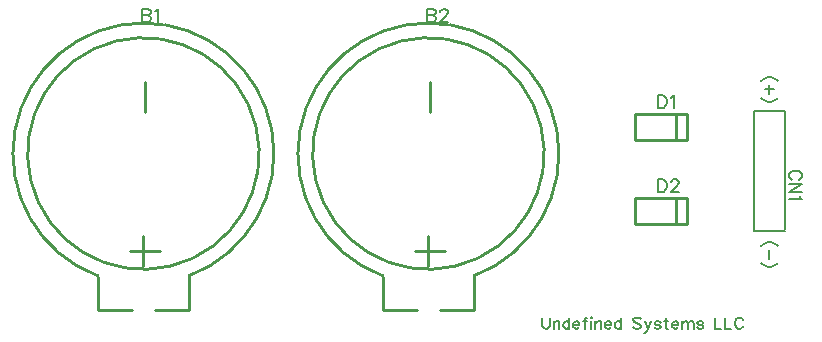
<source format=gto>
G04 Layer: TopSilkscreenLayer*
G04 EasyEDA v6.5.15, 2022-08-29 22:19:11*
G04 592b5116d7da4a6aabc300925346990f,ec20ccd4d5364735b5a2b8d176f8c56e,10*
G04 Gerber Generator version 0.2*
G04 Scale: 100 percent, Rotated: No, Reflected: No *
G04 Dimensions in millimeters *
G04 leading zeros omitted , absolute positions ,4 integer and 5 decimal *
%FSLAX45Y45*%
%MOMM*%

%ADD10C,0.2032*%
%ADD11C,0.2030*%
%ADD12C,0.1524*%
%ADD13C,0.2540*%

%LPD*%
D10*
X5321300Y10705337D02*
G01*
X5321300Y10637265D01*
X5325872Y10623550D01*
X5335015Y10614405D01*
X5348477Y10609834D01*
X5357622Y10609834D01*
X5371338Y10614405D01*
X5380481Y10623550D01*
X5385054Y10637265D01*
X5385054Y10705337D01*
X5415025Y10673587D02*
G01*
X5415025Y10609834D01*
X5415025Y10655300D02*
G01*
X5428488Y10669015D01*
X5437631Y10673587D01*
X5451347Y10673587D01*
X5460491Y10669015D01*
X5464809Y10655300D01*
X5464809Y10609834D01*
X5549391Y10705337D02*
G01*
X5549391Y10609834D01*
X5549391Y10659871D02*
G01*
X5540502Y10669015D01*
X5531358Y10673587D01*
X5517641Y10673587D01*
X5508497Y10669015D01*
X5499608Y10659871D01*
X5495036Y10646410D01*
X5495036Y10637265D01*
X5499608Y10623550D01*
X5508497Y10614405D01*
X5517641Y10609834D01*
X5531358Y10609834D01*
X5540502Y10614405D01*
X5549391Y10623550D01*
X5579363Y10646410D02*
G01*
X5633974Y10646410D01*
X5633974Y10655300D01*
X5629402Y10664444D01*
X5624829Y10669015D01*
X5615940Y10673587D01*
X5602224Y10673587D01*
X5593079Y10669015D01*
X5583936Y10659871D01*
X5579363Y10646410D01*
X5579363Y10637265D01*
X5583936Y10623550D01*
X5593079Y10614405D01*
X5602224Y10609834D01*
X5615940Y10609834D01*
X5624829Y10614405D01*
X5633974Y10623550D01*
X5700268Y10705337D02*
G01*
X5691377Y10705337D01*
X5682234Y10700765D01*
X5677661Y10687304D01*
X5677661Y10609834D01*
X5663945Y10673587D02*
G01*
X5695950Y10673587D01*
X5730493Y10705337D02*
G01*
X5734811Y10700765D01*
X5739384Y10705337D01*
X5734811Y10709910D01*
X5730493Y10705337D01*
X5734811Y10673587D02*
G01*
X5734811Y10609834D01*
X5769356Y10673587D02*
G01*
X5769356Y10609834D01*
X5769356Y10655300D02*
G01*
X5783072Y10669015D01*
X5792215Y10673587D01*
X5805931Y10673587D01*
X5814822Y10669015D01*
X5819393Y10655300D01*
X5819393Y10609834D01*
X5849365Y10646410D02*
G01*
X5903975Y10646410D01*
X5903975Y10655300D01*
X5899404Y10664444D01*
X5894831Y10669015D01*
X5885941Y10673587D01*
X5872225Y10673587D01*
X5863081Y10669015D01*
X5853938Y10659871D01*
X5849365Y10646410D01*
X5849365Y10637265D01*
X5853938Y10623550D01*
X5863081Y10614405D01*
X5872225Y10609834D01*
X5885941Y10609834D01*
X5894831Y10614405D01*
X5903975Y10623550D01*
X5988558Y10705337D02*
G01*
X5988558Y10609834D01*
X5988558Y10659871D02*
G01*
X5979413Y10669015D01*
X5970270Y10673587D01*
X5956808Y10673587D01*
X5947663Y10669015D01*
X5938520Y10659871D01*
X5933947Y10646410D01*
X5933947Y10637265D01*
X5938520Y10623550D01*
X5947663Y10614405D01*
X5956808Y10609834D01*
X5970270Y10609834D01*
X5979413Y10614405D01*
X5988558Y10623550D01*
X6152134Y10691876D02*
G01*
X6142990Y10700765D01*
X6129527Y10705337D01*
X6111240Y10705337D01*
X6097777Y10700765D01*
X6088634Y10691876D01*
X6088634Y10682731D01*
X6093206Y10673587D01*
X6097777Y10669015D01*
X6106668Y10664444D01*
X6134100Y10655300D01*
X6142990Y10650981D01*
X6147561Y10646410D01*
X6152134Y10637265D01*
X6152134Y10623550D01*
X6142990Y10614405D01*
X6129527Y10609834D01*
X6111240Y10609834D01*
X6097777Y10614405D01*
X6088634Y10623550D01*
X6186677Y10673587D02*
G01*
X6214109Y10609834D01*
X6241288Y10673587D02*
G01*
X6214109Y10609834D01*
X6204965Y10591800D01*
X6195822Y10582655D01*
X6186677Y10578084D01*
X6182106Y10578084D01*
X6321297Y10659871D02*
G01*
X6316725Y10669015D01*
X6303009Y10673587D01*
X6289547Y10673587D01*
X6275831Y10669015D01*
X6271259Y10659871D01*
X6275831Y10650981D01*
X6284975Y10646410D01*
X6307581Y10641837D01*
X6316725Y10637265D01*
X6321297Y10628121D01*
X6321297Y10623550D01*
X6316725Y10614405D01*
X6303009Y10609834D01*
X6289547Y10609834D01*
X6275831Y10614405D01*
X6271259Y10623550D01*
X6364986Y10705337D02*
G01*
X6364986Y10628121D01*
X6369558Y10614405D01*
X6378447Y10609834D01*
X6387591Y10609834D01*
X6351270Y10673587D02*
G01*
X6383020Y10673587D01*
X6417563Y10646410D02*
G01*
X6472174Y10646410D01*
X6472174Y10655300D01*
X6467602Y10664444D01*
X6463029Y10669015D01*
X6454140Y10673587D01*
X6440424Y10673587D01*
X6431279Y10669015D01*
X6422136Y10659871D01*
X6417563Y10646410D01*
X6417563Y10637265D01*
X6422136Y10623550D01*
X6431279Y10614405D01*
X6440424Y10609834D01*
X6454140Y10609834D01*
X6463029Y10614405D01*
X6472174Y10623550D01*
X6502145Y10673587D02*
G01*
X6502145Y10609834D01*
X6502145Y10655300D02*
G01*
X6515861Y10669015D01*
X6525006Y10673587D01*
X6538468Y10673587D01*
X6547611Y10669015D01*
X6552184Y10655300D01*
X6552184Y10609834D01*
X6552184Y10655300D02*
G01*
X6565900Y10669015D01*
X6575043Y10673587D01*
X6588506Y10673587D01*
X6597650Y10669015D01*
X6602222Y10655300D01*
X6602222Y10609834D01*
X6682231Y10659871D02*
G01*
X6677659Y10669015D01*
X6663943Y10673587D01*
X6650481Y10673587D01*
X6636765Y10669015D01*
X6632193Y10659871D01*
X6636765Y10650981D01*
X6645909Y10646410D01*
X6668515Y10641837D01*
X6677659Y10637265D01*
X6682231Y10628121D01*
X6682231Y10623550D01*
X6677659Y10614405D01*
X6663943Y10609834D01*
X6650481Y10609834D01*
X6636765Y10614405D01*
X6632193Y10623550D01*
X6782308Y10705337D02*
G01*
X6782308Y10609834D01*
X6782308Y10609834D02*
G01*
X6836663Y10609834D01*
X6866636Y10705337D02*
G01*
X6866636Y10609834D01*
X6866636Y10609834D02*
G01*
X6921245Y10609834D01*
X7019543Y10682731D02*
G01*
X7014972Y10691876D01*
X7005827Y10700765D01*
X6996684Y10705337D01*
X6978650Y10705337D01*
X6969506Y10700765D01*
X6960361Y10691876D01*
X6955790Y10682731D01*
X6951218Y10669015D01*
X6951218Y10646410D01*
X6955790Y10632694D01*
X6960361Y10623550D01*
X6969506Y10614405D01*
X6978650Y10609834D01*
X6996684Y10609834D01*
X7005827Y10614405D01*
X7014972Y10623550D01*
X7019543Y10632694D01*
D11*
X7170674Y12566650D02*
G01*
X7179818Y12557505D01*
X7193534Y12548615D01*
X7211568Y12539471D01*
X7234427Y12534900D01*
X7252461Y12534900D01*
X7275322Y12539471D01*
X7293356Y12548615D01*
X7307072Y12557505D01*
X7316215Y12566650D01*
X7202424Y12637515D02*
G01*
X7284465Y12637515D01*
X7243318Y12596621D02*
G01*
X7243318Y12678410D01*
X7170674Y12708636D02*
G01*
X7179818Y12717526D01*
X7193534Y12726670D01*
X7211568Y12735813D01*
X7234427Y12740386D01*
X7252461Y12740386D01*
X7275322Y12735813D01*
X7293356Y12726670D01*
X7307072Y12717526D01*
X7316215Y12708636D01*
X7170674Y11169650D02*
G01*
X7179818Y11160505D01*
X7193534Y11151615D01*
X7211568Y11142471D01*
X7234427Y11137900D01*
X7252461Y11137900D01*
X7275322Y11142471D01*
X7293356Y11151615D01*
X7307072Y11160505D01*
X7316215Y11169650D01*
X7243318Y11199621D02*
G01*
X7243318Y11281410D01*
X7170674Y11311636D02*
G01*
X7179818Y11320526D01*
X7193534Y11329670D01*
X7211568Y11338813D01*
X7234427Y11343386D01*
X7252461Y11343386D01*
X7275322Y11338813D01*
X7293356Y11329670D01*
X7307072Y11320526D01*
X7316215Y11311636D01*
D12*
X1931619Y13318413D02*
G01*
X1931619Y13209447D01*
X1931619Y13318413D02*
G01*
X1978355Y13318413D01*
X1993849Y13313333D01*
X1999183Y13307999D01*
X2004263Y13297585D01*
X2004263Y13287171D01*
X1999183Y13276757D01*
X1993849Y13271677D01*
X1978355Y13266597D01*
X1931619Y13266597D02*
G01*
X1978355Y13266597D01*
X1993849Y13261263D01*
X1999183Y13256183D01*
X2004263Y13245769D01*
X2004263Y13230021D01*
X1999183Y13219607D01*
X1993849Y13214527D01*
X1978355Y13209447D01*
X1931619Y13209447D01*
X2038553Y13297585D02*
G01*
X2048967Y13302919D01*
X2064715Y13318413D01*
X2064715Y13209447D01*
X4344619Y13318413D02*
G01*
X4344619Y13209447D01*
X4344619Y13318413D02*
G01*
X4391355Y13318413D01*
X4406849Y13313333D01*
X4412183Y13307999D01*
X4417263Y13297585D01*
X4417263Y13287171D01*
X4412183Y13276757D01*
X4406849Y13271677D01*
X4391355Y13266597D01*
X4344619Y13266597D02*
G01*
X4391355Y13266597D01*
X4406849Y13261263D01*
X4412183Y13256183D01*
X4417263Y13245769D01*
X4417263Y13230021D01*
X4412183Y13219607D01*
X4406849Y13214527D01*
X4391355Y13209447D01*
X4344619Y13209447D01*
X4456887Y13292505D02*
G01*
X4456887Y13297585D01*
X4461967Y13307999D01*
X4467301Y13313333D01*
X4477715Y13318413D01*
X4498289Y13318413D01*
X4508703Y13313333D01*
X4514037Y13307999D01*
X4519117Y13297585D01*
X4519117Y13287171D01*
X4514037Y13276757D01*
X4503623Y13261263D01*
X4451553Y13209447D01*
X4524451Y13209447D01*
X7493508Y11872721D02*
G01*
X7503922Y11878055D01*
X7514336Y11888470D01*
X7519415Y11898629D01*
X7519415Y11919458D01*
X7514336Y11929871D01*
X7503922Y11940286D01*
X7493508Y11945620D01*
X7477759Y11950700D01*
X7451852Y11950700D01*
X7436358Y11945620D01*
X7425943Y11940286D01*
X7415529Y11929871D01*
X7410450Y11919458D01*
X7410450Y11898629D01*
X7415529Y11888470D01*
X7425943Y11878055D01*
X7436358Y11872721D01*
X7519415Y11838431D02*
G01*
X7410450Y11838431D01*
X7519415Y11838431D02*
G01*
X7410450Y11765787D01*
X7519415Y11765787D02*
G01*
X7410450Y11765787D01*
X7498588Y11731497D02*
G01*
X7503922Y11721084D01*
X7519415Y11705589D01*
X7410450Y11705589D01*
X6299200Y12586715D02*
G01*
X6299200Y12477750D01*
X6299200Y12586715D02*
G01*
X6335522Y12586715D01*
X6351270Y12581636D01*
X6361429Y12571221D01*
X6366763Y12560808D01*
X6371843Y12545060D01*
X6371843Y12519152D01*
X6366763Y12503658D01*
X6361429Y12493244D01*
X6351270Y12482829D01*
X6335522Y12477750D01*
X6299200Y12477750D01*
X6406134Y12565887D02*
G01*
X6416547Y12571221D01*
X6432295Y12586715D01*
X6432295Y12477750D01*
X6299200Y11875515D02*
G01*
X6299200Y11766550D01*
X6299200Y11875515D02*
G01*
X6335522Y11875515D01*
X6351270Y11870436D01*
X6361429Y11860021D01*
X6366763Y11849608D01*
X6371843Y11833860D01*
X6371843Y11807952D01*
X6366763Y11792458D01*
X6361429Y11782044D01*
X6351270Y11771629D01*
X6335522Y11766550D01*
X6299200Y11766550D01*
X6411468Y11849608D02*
G01*
X6411468Y11854687D01*
X6416547Y11865102D01*
X6421881Y11870436D01*
X6432295Y11875515D01*
X6452870Y11875515D01*
X6463284Y11870436D01*
X6468618Y11865102D01*
X6473697Y11854687D01*
X6473697Y11844274D01*
X6468618Y11833860D01*
X6458204Y11818365D01*
X6406134Y11766550D01*
X6479031Y11766550D01*
D13*
X2036602Y10769119D02*
G01*
X2328108Y10769119D01*
X1558107Y10769119D02*
G01*
X1849597Y10769119D01*
X1953107Y12449121D02*
G01*
X1953107Y12703121D01*
X2328108Y10769119D02*
G01*
X2328108Y11059119D01*
X1558107Y10769119D02*
G01*
X1558107Y11049119D01*
X1943107Y11142118D02*
G01*
X1943107Y11396118D01*
X2080107Y11269118D02*
G01*
X1826107Y11269118D01*
X4449602Y10769119D02*
G01*
X4741108Y10769119D01*
X3971107Y10769119D02*
G01*
X4262597Y10769119D01*
X4366107Y12449121D02*
G01*
X4366107Y12703121D01*
X4741108Y10769119D02*
G01*
X4741108Y11059119D01*
X3971107Y10769119D02*
G01*
X3971107Y11049119D01*
X4356107Y11142118D02*
G01*
X4356107Y11396118D01*
X4493107Y11269118D02*
G01*
X4239107Y11269118D01*
D10*
X7112000Y12458700D02*
G01*
X7112000Y11442700D01*
X7378700Y11442700D01*
X7378700Y11455400D02*
G01*
X7378700Y12458700D01*
X7112000Y12458700D01*
D13*
X6544597Y12208997D02*
G01*
X6104597Y12208997D01*
X6544597Y12429002D02*
G01*
X6104597Y12429002D01*
X6544597Y12208997D02*
G01*
X6544597Y12429002D01*
X6104597Y12208997D02*
G01*
X6104597Y12429002D01*
X6450660Y12208997D02*
G01*
X6450660Y12429002D01*
X6544597Y11497797D02*
G01*
X6104597Y11497797D01*
X6544597Y11717802D02*
G01*
X6104597Y11717802D01*
X6544597Y11497797D02*
G01*
X6544597Y11717802D01*
X6104597Y11497797D02*
G01*
X6104597Y11717802D01*
X6450660Y11497797D02*
G01*
X6450660Y11717802D01*
G75*
G01*
X2363107Y11209119D02*
G03*
X2354275Y11204979I-420531J885558D01*
G75*
G01*
X2328108Y11059119D02*
G03*
X1559110Y11058373I-385505J1035572D01*
G75*
G01*
X4776107Y11209119D02*
G03*
X4767275Y11204979I-420531J885558D01*
G75*
G01*
X4741108Y11059119D02*
G03*
X3972110Y11058373I-385505J1035572D01*
M02*

</source>
